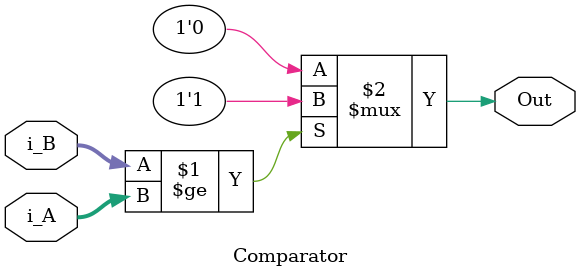
<source format=v>
module Comparator(i_A, i_B, Out);
	parameter DATA_WIDTH = 6;

	input [DATA_WIDTH - 1:0] i_A, i_B;
	output Out;
	
	assign Out = (i_B >= i_A) ? 1'b1 : 1'b0;
endmodule
</source>
